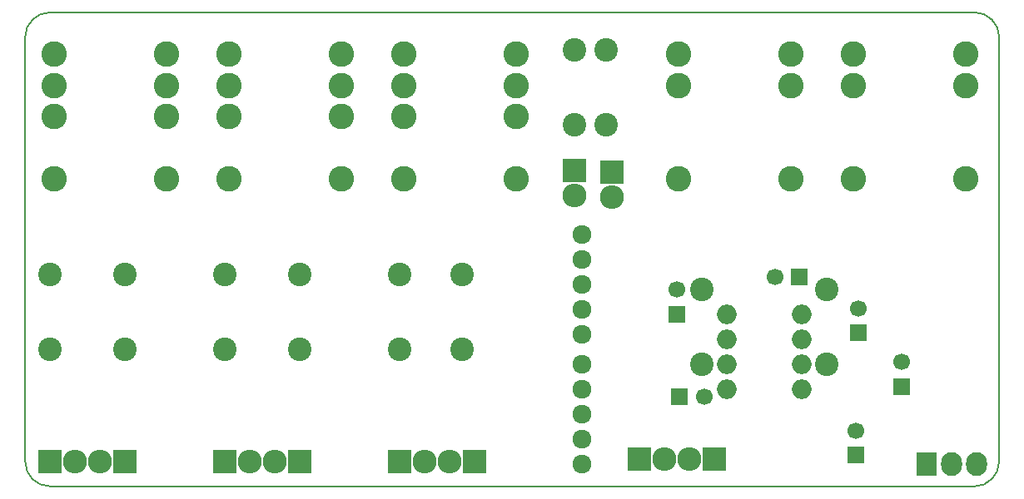
<source format=gbr>
G04 #@! TF.FileFunction,Soldermask,Bot*
%FSLAX46Y46*%
G04 Gerber Fmt 4.6, Leading zero omitted, Abs format (unit mm)*
G04 Created by KiCad (PCBNEW 4.0.2-4+6225~38~ubuntu14.04.1-stable) date mer. 25 mai 2016 20:50:44 CEST*
%MOMM*%
G01*
G04 APERTURE LIST*
%ADD10C,0.100000*%
%ADD11C,0.150000*%
%ADD12C,1.924000*%
%ADD13C,2.600000*%
%ADD14R,1.700000X1.700000*%
%ADD15C,1.700000*%
%ADD16R,2.432000X2.432000*%
%ADD17O,2.432000X2.432000*%
%ADD18C,2.398980*%
%ADD19O,2.000000X2.000000*%
%ADD20R,2.127200X2.432000*%
%ADD21O,2.127200X2.432000*%
G04 APERTURE END LIST*
D10*
D11*
X104140000Y-132080000D02*
G75*
G03X106680000Y-134620000I2540000J0D01*
G01*
X200660000Y-134620000D02*
G75*
G03X203200000Y-132080000I0J2540000D01*
G01*
X203200000Y-88900000D02*
G75*
G03X200660000Y-86360000I-2540000J0D01*
G01*
X106680000Y-86360000D02*
G75*
G03X104140000Y-88900000I0J-2540000D01*
G01*
X104140000Y-132080000D02*
X104140000Y-88900000D01*
X200660000Y-134620000D02*
X106680000Y-134620000D01*
X203200000Y-88900000D02*
X203200000Y-132080000D01*
X106680000Y-86360000D02*
X200660000Y-86360000D01*
D12*
X160782000Y-122174000D03*
X160782000Y-124714000D03*
X160782000Y-127254000D03*
X160782000Y-129794000D03*
X160782000Y-132334000D03*
D13*
X118500000Y-93810000D03*
X107070000Y-103310000D03*
X107070000Y-96960000D03*
X107070000Y-90610000D03*
X118500000Y-103310000D03*
X118500000Y-90610000D03*
X118500000Y-96960000D03*
X107070000Y-93810000D03*
X136280000Y-93810000D03*
X124850000Y-103310000D03*
X124850000Y-96960000D03*
X124850000Y-90610000D03*
X136280000Y-103310000D03*
X136280000Y-90610000D03*
X136280000Y-96960000D03*
X124850000Y-93810000D03*
X154060000Y-93810000D03*
X142630000Y-103310000D03*
X142630000Y-96960000D03*
X142630000Y-90610000D03*
X154060000Y-103310000D03*
X154060000Y-90610000D03*
X154060000Y-96960000D03*
X142630000Y-93810000D03*
X199780000Y-93810000D03*
X188350000Y-103310000D03*
X188350000Y-90610000D03*
X199780000Y-103310000D03*
X199780000Y-90610000D03*
X188350000Y-93810000D03*
X182000000Y-93810000D03*
X170570000Y-103310000D03*
X170570000Y-90610000D03*
X182000000Y-103310000D03*
X182000000Y-90610000D03*
X170570000Y-93810000D03*
D14*
X170434000Y-117094000D03*
D15*
X170434000Y-114594000D03*
D14*
X188849000Y-118999000D03*
D15*
X188849000Y-116499000D03*
D16*
X166624000Y-131826000D03*
D17*
X169164000Y-131826000D03*
D16*
X174244000Y-131826000D03*
D17*
X171704000Y-131826000D03*
D16*
X106680000Y-132080000D03*
D17*
X109220000Y-132080000D03*
D16*
X114300000Y-132080000D03*
D17*
X111760000Y-132080000D03*
D16*
X124460000Y-132080000D03*
D17*
X127000000Y-132080000D03*
D16*
X132080000Y-132080000D03*
D17*
X129540000Y-132080000D03*
D16*
X142240000Y-132080000D03*
D17*
X144780000Y-132080000D03*
D16*
X149860000Y-132080000D03*
D17*
X147320000Y-132080000D03*
D18*
X106680000Y-120650000D03*
X106680000Y-113030000D03*
X114300000Y-120650000D03*
X114300000Y-113030000D03*
X124460000Y-120650000D03*
X124460000Y-113030000D03*
X132080000Y-120650000D03*
X132080000Y-113030000D03*
X142240000Y-120650000D03*
X142240000Y-113030000D03*
X148590000Y-120650000D03*
X148590000Y-113030000D03*
X160020000Y-97790000D03*
X160020000Y-90170000D03*
X163195000Y-97790000D03*
X163195000Y-90170000D03*
X172974000Y-122174000D03*
X172974000Y-114554000D03*
X185674000Y-122174000D03*
X185674000Y-114554000D03*
D12*
X160782000Y-108966000D03*
X160782000Y-111506000D03*
X160782000Y-114046000D03*
X160782000Y-116586000D03*
X160782000Y-119126000D03*
D19*
X175514000Y-117094000D03*
X175514000Y-119634000D03*
X175514000Y-122174000D03*
X175514000Y-124714000D03*
X183134000Y-124714000D03*
X183134000Y-122174000D03*
X183134000Y-119634000D03*
X183134000Y-117094000D03*
D15*
X193294000Y-121960000D03*
D14*
X193294000Y-124460000D03*
D15*
X188595000Y-128945000D03*
D14*
X188595000Y-131445000D03*
X182880000Y-113284000D03*
D15*
X180380000Y-113284000D03*
D14*
X170688000Y-125476000D03*
D15*
X173188000Y-125476000D03*
D20*
X195834000Y-132334000D03*
D21*
X198374000Y-132334000D03*
X200914000Y-132334000D03*
D16*
X163830000Y-102616000D03*
D17*
X163830000Y-105156000D03*
D16*
X160020000Y-102489000D03*
D17*
X160020000Y-105029000D03*
M02*

</source>
